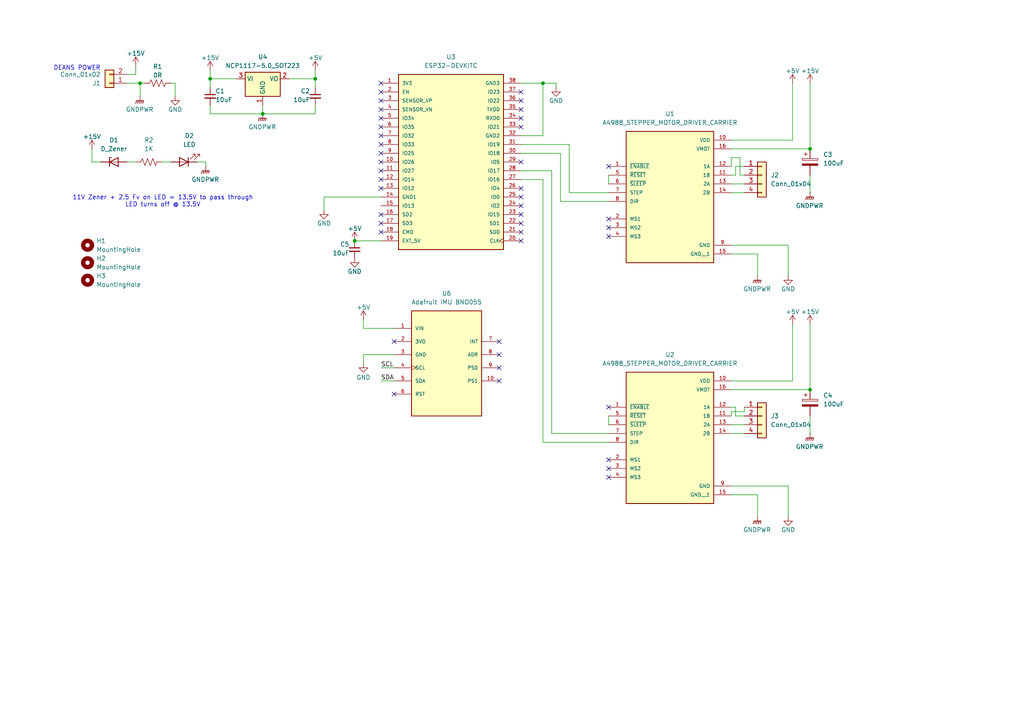
<source format=kicad_sch>
(kicad_sch (version 20231120) (generator "eeschema") (generator_version "8.0")
  (paper "A4")
  (lib_symbols
    (symbol "A4988_STEPPER_MOTOR_DRIVER_CARRIER:A4988_STEPPER_MOTOR_DRIVER_CARRIER" (pin_names (offset 1.016))
      (property "Reference" "U" (at -12.7 19.05 0))
      (property "Value" "A4988_STEPPER_MOTOR_DRIVER_CARRIER" (at -12.7 -24.13 0))
      (symbol "A4988_STEPPER_MOTOR_DRIVER_CARRIER_0_0"
        (pin input line (at -17.78 7.62 0) (length 5.08) (name "~{ENABLE}") (number "1"))
        (pin power_in line (at 17.78 15.24 180) (length 5.08) (name "VDD") (number "10"))
        (pin output line (at 17.78 5.08 180) (length 5.08) (name "1B") (number "11"))
        (pin output line (at 17.78 7.62 180) (length 5.08) (name "1A") (number "12"))
        (pin output line (at 17.78 2.54 180) (length 5.08) (name "2A") (number "13"))
        (pin output line (at 17.78 0 180) (length 5.08) (name "2B") (number "14"))
        (pin power_in line (at 17.78 -17.78 180) (length 5.08) (name "GND__1") (number "15"))
        (pin power_in line (at 17.78 12.7 180) (length 5.08) (name "VMOT") (number "16"))
        (pin input line (at -17.78 -7.62 0) (length 5.08) (name "MS1") (number "2"))
        (pin input line (at -17.78 -10.16 0) (length 5.08) (name "MS2") (number "3"))
        (pin input line (at -17.78 -12.7 0) (length 5.08) (name "MS3") (number "4"))
        (pin input line (at -17.78 5.08 0) (length 5.08) (name "~{RESET}") (number "5"))
        (pin input line (at -17.78 2.54 0) (length 5.08) (name "~{SLEEP}") (number "6"))
        (pin input line (at -17.78 0 0) (length 5.08) (name "STEP") (number "7"))
        (pin input line (at -17.78 -2.54 0) (length 5.08) (name "DIR") (number "8"))
        (pin power_in line (at 17.78 -15.24 180) (length 5.08) (name "GND") (number "9"))
      )
    )
    (symbol "Adafruit IMU BNO055:Adafruit IMU BNO055" (pin_names (offset 1.016))
      (property "Reference" "U" (at -10.16 14.732 0))
      (property "Value" "Adafruit IMU BNO055" (at -10.16 -19.05 0))
      (symbol "Adafruit IMU BNO055_1_0"
        (pin input line (at -15.24 8.89 0) (length 5.08) (name "VIN") (number "1"))
        (pin bidirectional line (at 15.24 -6.35 180) (length 5.08) (name "PS1") (number "10"))
        (pin output line (at -15.24 5.08 0) (length 5.08) (name "3VO") (number "2"))
        (pin power_in line (at -15.24 1.27 0) (length 5.08) (name "GND") (number "3"))
        (pin bidirectional clock (at -15.24 -2.54 0) (length 5.08) (name "SCL") (number "4"))
        (pin bidirectional line (at -15.24 -6.35 0) (length 5.08) (name "SDA") (number "5"))
        (pin input line (at -15.24 -10.16 0) (length 5.08) (name "RST") (number "6"))
        (pin output line (at 15.24 5.08 180) (length 5.08) (name "INT") (number "7"))
        (pin bidirectional line (at 15.24 1.27 180) (length 5.08) (name "ADR") (number "8"))
        (pin output line (at 15.24 -2.54 180) (length 5.08) (name "PS0") (number "9"))
      )
    )
    (symbol "Connector_Generic:Conn_01x02" (pin_names (offset 1.016) hide)
      (property "Reference" "J" (at 0 2.54 0))
      (property "Value" "Conn_01x02" (at 0 -5.08 0))
      (symbol "Conn_01x02_1_1"
        (pin passive line (at -5.08 0 0) (length 3.81) (name "Pin_1") (number "1"))
        (pin passive line (at -5.08 -2.54 0) (length 3.81) (name "Pin_2") (number "2"))
      )
    )
    (symbol "Connector_Generic:Conn_01x04" (pin_names (offset 1.016) hide)
      (property "Reference" "J" (at 0 5.08 0))
      (property "Value" "Conn_01x04" (at 0 -7.62 0))
      (symbol "Conn_01x04_1_1"
        (pin passive line (at -5.08 2.54 0) (length 3.81) (name "Pin_1") (number "1"))
        (pin passive line (at -5.08 0 0) (length 3.81) (name "Pin_2") (number "2"))
        (pin passive line (at -5.08 -2.54 0) (length 3.81) (name "Pin_3") (number "3"))
        (pin passive line (at -5.08 -5.08 0) (length 3.81) (name "Pin_4") (number "4"))
      )
    )
    (symbol "Device:C_Polarized" (pin_numbers hide) (pin_names (offset 0.254))
      (property "Reference" "C" (at 0.635 2.54 0))
      (property "Value" "C_Polarized" (at 0.635 -2.54 0))
      (symbol "C_Polarized_1_1"
        (pin passive line (at 0 3.81 270) (length 2.794) (name "~") (number "1"))
        (pin passive line (at 0 -3.81 90) (length 2.794) (name "~") (number "2"))
      )
    )
    (symbol "Device:C_Small" (pin_numbers hide) (pin_names (offset 0.254) hide)
      (property "Reference" "C" (at 0.254 1.778 0))
      (property "Value" "C_Small" (at 0.254 -2.032 0))
      (symbol "C_Small_1_1"
        (pin passive line (at 0 2.54 270) (length 2.032) (name "~") (number "1"))
        (pin passive line (at 0 -2.54 90) (length 2.032) (name "~") (number "2"))
      )
    )
    (symbol "Device:D" (pin_numbers hide) (pin_names (offset 1.016) hide)
      (property "Reference" "D" (at 0 2.54 0))
      (property "Value" "D" (at 0 -2.54 0))
      (symbol "D_1_1"
        (pin passive line (at -3.81 0 0) (length 2.54) (name "K") (number "1"))
        (pin passive line (at 3.81 0 180) (length 2.54) (name "A") (number "2"))
      )
    )
    (symbol "Device:D_Zener" (pin_numbers hide) (pin_names (offset 1.016) hide)
      (property "Reference" "D" (at 0 2.54 0))
      (property "Value" "D_Zener" (at 0 -2.54 0))
      (symbol "D_Zener_1_1"
        (pin passive line (at -3.81 0 0) (length 2.54) (name "K") (number "1"))
        (pin passive line (at 3.81 0 180) (length 2.54) (name "A") (number "2"))
      )
    )
    (symbol "Device:LED" (pin_numbers hide) (pin_names (offset 1.016) hide)
      (property "Reference" "D" (at 0 2.54 0))
      (property "Value" "LED" (at 0 -2.54 0))
      (symbol "LED_1_1"
        (pin passive line (at -3.81 0 0) (length 2.54) (name "K") (number "1"))
        (pin passive line (at 3.81 0 180) (length 2.54) (name "A") (number "2"))
      )
    )
    (symbol "Device:R_US" (pin_numbers hide) (pin_names (offset 0))
      (property "Reference" "R" (at 2.54 0 90))
      (property "Value" "R_US" (at -2.54 0 90))
      (symbol "R_US_1_1"
        (pin passive line (at 0 3.81 270) (length 1.27) (name "~") (number "1"))
        (pin passive line (at 0 -3.81 90) (length 1.27) (name "~") (number "2"))
      )
    )
    (symbol "ESP32-DEVKITC:ESP32-DEVKITC" (pin_names (offset 1.016))
      (property "Reference" "U" (at -15.2572 26.0643 0))
      (property "Value" "ESP32-DEVKITC" (at -15.2563 -27.9698 0))
      (symbol "ESP32-DEVKITC_0_0"
        (pin power_in line (at -20.32 22.86 0) (length 5.08) (name "3V3") (number "1"))
        (pin bidirectional line (at -20.32 0 0) (length 5.08) (name "IO26") (number "10"))
        (pin bidirectional line (at -20.32 -2.54 0) (length 5.08) (name "IO27") (number "11"))
        (pin bidirectional line (at -20.32 -5.08 0) (length 5.08) (name "IO14") (number "12"))
        (pin bidirectional line (at -20.32 -7.62 0) (length 5.08) (name "IO12") (number "13"))
        (pin power_in line (at -20.32 -10.16 0) (length 5.08) (name "GND1") (number "14"))
        (pin bidirectional line (at -20.32 -12.7 0) (length 5.08) (name "IO13") (number "15"))
        (pin bidirectional line (at -20.32 -15.24 0) (length 5.08) (name "SD2") (number "16"))
        (pin bidirectional line (at -20.32 -17.78 0) (length 5.08) (name "SD3") (number "17"))
        (pin bidirectional line (at -20.32 -20.32 0) (length 5.08) (name "CMD") (number "18"))
        (pin power_in line (at -20.32 -22.86 0) (length 5.08) (name "EXT_5V") (number "19"))
        (pin input line (at -20.32 20.32 0) (length 5.08) (name "EN") (number "2"))
        (pin input clock (at 20.32 -22.86 180) (length 5.08) (name "CLK") (number "20"))
        (pin bidirectional line (at 20.32 -20.32 180) (length 5.08) (name "SD0") (number "21"))
        (pin bidirectional line (at 20.32 -17.78 180) (length 5.08) (name "SD1") (number "22"))
        (pin bidirectional line (at 20.32 -15.24 180) (length 5.08) (name "IO15") (number "23"))
        (pin bidirectional line (at 20.32 -12.7 180) (length 5.08) (name "IO2") (number "24"))
        (pin bidirectional line (at 20.32 -10.16 180) (length 5.08) (name "IO0") (number "25"))
        (pin bidirectional line (at 20.32 -7.62 180) (length 5.08) (name "IO4") (number "26"))
        (pin bidirectional line (at 20.32 -5.08 180) (length 5.08) (name "IO16") (number "27"))
        (pin bidirectional line (at 20.32 -2.54 180) (length 5.08) (name "IO17") (number "28"))
        (pin bidirectional line (at 20.32 0 180) (length 5.08) (name "IO5") (number "29"))
        (pin input line (at -20.32 17.78 0) (length 5.08) (name "SENSOR_VP") (number "3"))
        (pin bidirectional line (at 20.32 2.54 180) (length 5.08) (name "IO18") (number "30"))
        (pin bidirectional line (at 20.32 5.08 180) (length 5.08) (name "IO19") (number "31"))
        (pin power_in line (at 20.32 7.62 180) (length 5.08) (name "GND2") (number "32"))
        (pin bidirectional line (at 20.32 10.16 180) (length 5.08) (name "IO21") (number "33"))
        (pin input line (at 20.32 12.7 180) (length 5.08) (name "RXD0") (number "34"))
        (pin output line (at 20.32 15.24 180) (length 5.08) (name "TXD0") (number "35"))
        (pin bidirectional line (at 20.32 17.78 180) (length 5.08) (name "IO22") (number "36"))
        (pin bidirectional line (at 20.32 20.32 180) (length 5.08) (name "IO23") (number "37"))
        (pin power_in line (at 20.32 22.86 180) (length 5.08) (name "GND3") (number "38"))
        (pin input line (at -20.32 15.24 0) (length 5.08) (name "SENSOR_VN") (number "4"))
        (pin bidirectional line (at -20.32 12.7 0) (length 5.08) (name "IO34") (number "5"))
        (pin bidirectional line (at -20.32 10.16 0) (length 5.08) (name "IO35") (number "6"))
        (pin bidirectional line (at -20.32 7.62 0) (length 5.08) (name "IO32") (number "7"))
        (pin bidirectional line (at -20.32 5.08 0) (length 5.08) (name "IO33") (number "8"))
        (pin bidirectional line (at -20.32 2.54 0) (length 5.08) (name "IO25") (number "9"))
      )
    )
    (symbol "MCU_Module:Arduino_Nano_v3.x"
      (property "Reference" "A" (at -10.16 23.495 0))
      (property "Value" "Arduino_Nano_v3.x" (at 5.08 -24.13 0))
      (symbol "Arduino_Nano_v3.x_1_1"
        (pin bidirectional line (at -12.7 12.7 0) (length 2.54) (name "D1/TX") (number "1"))
        (pin bidirectional line (at -12.7 -2.54 0) (length 2.54) (name "D7") (number "10"))
        (pin bidirectional line (at -12.7 -5.08 0) (length 2.54) (name "D8") (number "11"))
        (pin bidirectional line (at -12.7 -7.62 0) (length 2.54) (name "D9") (number "12"))
        (pin bidirectional line (at -12.7 -10.16 0) (length 2.54) (name "D10") (number "13"))
        (pin bidirectional line (at -12.7 -12.7 0) (length 2.54) (name "D11") (number "14"))
        (pin bidirectional line (at -12.7 -15.24 0) (length 2.54) (name "D12") (number "15"))
        (pin bidirectional line (at -12.7 -17.78 0) (length 2.54) (name "D13") (number "16"))
        (pin power_out line (at 2.54 25.4 270) (length 2.54) (name "3V3") (number "17"))
        (pin input line (at 12.7 5.08 180) (length 2.54) (name "AREF") (number "18"))
        (pin bidirectional line (at 12.7 0 180) (length 2.54) (name "A0") (number "19"))
        (pin bidirectional line (at -12.7 15.24 0) (length 2.54) (name "D0/RX") (number "2"))
        (pin bidirectional line (at 12.7 -2.54 180) (length 2.54) (name "A1") (number "20"))
        (pin bidirectional line (at 12.7 -5.08 180) (length 2.54) (name "A2") (number "21"))
        (pin bidirectional line (at 12.7 -7.62 180) (length 2.54) (name "A3") (number "22"))
        (pin bidirectional line (at 12.7 -10.16 180) (length 2.54) (name "A4") (number "23"))
        (pin bidirectional line (at 12.7 -12.7 180) (length 2.54) (name "A5") (number "24"))
        (pin bidirectional line (at 12.7 -15.24 180) (length 2.54) (name "A6") (number "25"))
        (pin bidirectional line (at 12.7 -17.78 180) (length 2.54) (name "A7") (number "26"))
        (pin power_out line (at 5.08 25.4 270) (length 2.54) (name "+5V") (number "27"))
        (pin input line (at 12.7 15.24 180) (length 2.54) (name "~{RESET}") (number "28"))
        (pin power_in line (at 2.54 -25.4 90) (length 2.54) (name "GND") (number "29"))
        (pin input line (at 12.7 12.7 180) (length 2.54) (name "~{RESET}") (number "3"))
        (pin power_in line (at -2.54 25.4 270) (length 2.54) (name "VIN") (number "30"))
        (pin power_in line (at 0 -25.4 90) (length 2.54) (name "GND") (number "4"))
        (pin bidirectional line (at -12.7 10.16 0) (length 2.54) (name "D2") (number "5"))
        (pin bidirectional line (at -12.7 7.62 0) (length 2.54) (name "D3") (number "6"))
        (pin bidirectional line (at -12.7 5.08 0) (length 2.54) (name "D4") (number "7"))
        (pin bidirectional line (at -12.7 2.54 0) (length 2.54) (name "D5") (number "8"))
        (pin bidirectional line (at -12.7 0 0) (length 2.54) (name "D6") (number "9"))
      )
    )
    (symbol "Mechanical:MountingHole" (pin_names (offset 1.016)) (exclude_from_sim yes) (in_bom no)
      (property "Reference" "H" (at 0 5.08 0))
      (property "Value" "MountingHole" (at 0 3.175 0))
    )
    (symbol "Motor:Motor_DC" (pin_names (offset 0))
      (property "Reference" "M" (at 2.54 2.54 0))
      (property "Value" "Motor_DC" (at 2.54 -5.08 0))
      (symbol "Motor_DC_1_1"
        (pin passive line (at 0 5.08 270) (length 2.54) (name "+") (number "1"))
        (pin passive line (at 0 -7.62 90) (length 2.54) (name "-") (number "2"))
      )
    )
    (symbol "Regulator_Linear:NCP1117-5.0_SOT223"
      (property "Reference" "U" (at -3.81 3.175 0))
      (property "Value" "NCP1117-5.0_SOT223" (at 0 3.175 0))
      (symbol "NCP1117-5.0_SOT223_1_1"
        (pin power_in line (at 0 -7.62 90) (length 2.54) (name "GND") (number "1"))
        (pin power_out line (at 7.62 0 180) (length 2.54) (name "VO") (number "2"))
        (pin power_in line (at -7.62 0 0) (length 2.54) (name "VI") (number "3"))
      )
    )
    (symbol "SparkFun-LED:LED" (pin_numbers hide) (pin_names (offset 1.016) hide)
      (property "Reference" "D" (at 0 2.54 0))
      (property "Value" "LED" (at 0 -2.54 0))
      (symbol "LED_1_1"
        (pin passive line (at -3.81 0 0) (length 2.54) (name "K") (number "1"))
        (pin passive line (at 3.81 0 180) (length 2.54) (name "A") (number "2"))
      )
    )
    (symbol "Transistor_FET:IRF4905" (pin_names hide)
      (property "Reference" "Q" (at 5.08 1.905 0))
      (property "Value" "IRF4905" (at 5.08 0 0))
      (symbol "IRF4905_1_1"
        (pin input line (at -5.08 0 0) (length 2.54) (name "G") (number "1"))
        (pin passive line (at 2.54 5.08 270) (length 2.54) (name "D") (number "2"))
        (pin passive line (at 2.54 -5.08 90) (length 2.54) (name "S") (number "3"))
      )
    )
    (symbol "Transistor_FET:IRLZ44N" (pin_names hide)
      (property "Reference" "Q" (at 5.08 1.905 0))
      (property "Value" "IRLZ44N" (at 5.08 0 0))
      (symbol "IRLZ44N_1_1"
        (pin input line (at -5.08 0 0) (length 2.54) (name "G") (number "1"))
        (pin passive line (at 2.54 5.08 270) (length 2.54) (name "D") (number "2"))
        (pin passive line (at 2.54 -5.08 90) (length 2.54) (name "S") (number "3"))
      )
    )
    (symbol "power:+15V" (power) (pin_numbers hide) (pin_names (offset 0) hide)
      (property "Value" "+15V" (at 0 3.556 0))
      (symbol "+15V_1_1"
        (pin power_in line (at 0 0 90) (length 0) (name "~") (number "1"))
      )
    )
    (symbol "power:+5V" (power) (pin_numbers hide) (pin_names (offset 0) hide)
      (property "Value" "+5V" (at 0 3.556 0))
      (symbol "+5V_1_1"
        (pin power_in line (at 0 0 90) (length 0) (name "~") (number "1"))
      )
    )
    (symbol "power:GND" (power) (pin_numbers hide) (pin_names (offset 0) hide)
      (property "Value" "GND" (at 0 -3.81 0))
      (symbol "GND_1_1"
        (pin power_in line (at 0 0 270) (length 0) (name "~") (number "1"))
      )
    )
    (symbol "power:GNDPWR" (power) (pin_numbers hide) (pin_names (offset 0) hide)
      (property "Value" "GNDPWR" (at 0 -3.302 0))
      (symbol "GNDPWR_1_1"
        (pin power_in line (at 0 0 270) (length 0) (name "~") (number "1"))
      )
    )
  )
  (junction (at -143.51 144.78))
  (junction (at 234.95 113.03))
  (junction (at -143.51 180.34))
  (junction (at -114.3 180.34))
  (junction (at -184.15 172.72))
  (junction (at -154.94 180.34))
  (junction (at -88.9 152.4))
  (junction (at 60.96 22.86))
  (junction (at 102.87 69.85))
  (junction (at -154.94 162.56))
  (junction (at -114.3 162.56))
  (junction (at -88.9 172.72))
  (junction (at 76.2 33.02))
  (junction (at -114.3 144.78))
  (junction (at -125.73 162.56))
  (junction (at -184.15 152.4))
  (junction (at 157.48 24.13))
  (junction (at -134.62 180.34))
  (junction (at -154.94 144.78))
  (junction (at -205.74 190.5))
  (junction (at -125.73 144.78))
  (junction (at 40.64 24.13))
  (junction (at 91.44 22.86))
  (junction (at -143.51 162.56))
  (junction (at -88.9 180.34))
  (junction (at -125.73 180.34))
  (junction (at 234.95 43.18))
  (junction (at -134.62 144.78))
  (no_connect (at 110.49 54.61))
  (no_connect (at 110.49 46.99))
  (no_connect (at 110.49 64.77))
  (no_connect (at 110.49 52.07))
  (no_connect (at 110.49 24.13))
  (no_connect (at 176.53 135.89))
  (no_connect (at 144.78 102.87))
  (no_connect (at 151.13 62.23))
  (no_connect (at 151.13 57.15))
  (no_connect (at 151.13 31.75))
  (no_connect (at 151.13 69.85))
  (no_connect (at 110.49 26.67))
  (no_connect (at 110.49 31.75))
  (no_connect (at 110.49 62.23))
  (no_connect (at 151.13 64.77))
  (no_connect (at 110.49 67.31))
  (no_connect (at 144.78 106.68))
  (no_connect (at 110.49 36.83))
  (no_connect (at 110.49 49.53))
  (no_connect (at 151.13 46.99))
  (no_connect (at 176.53 48.26))
  (no_connect (at 151.13 29.21))
  (no_connect (at 151.13 67.31))
  (no_connect (at 110.49 44.45))
  (no_connect (at 114.3 114.3))
  (no_connect (at 176.53 118.11))
  (no_connect (at 110.49 39.37))
  (no_connect (at 114.3 99.06))
  (no_connect (at 110.49 41.91))
  (no_connect (at 176.53 133.35))
  (no_connect (at 144.78 99.06))
  (no_connect (at 151.13 59.69))
  (no_connect (at 110.49 34.29))
  (no_connect (at 176.53 66.04))
  (no_connect (at 151.13 34.29))
  (no_connect (at 110.49 29.21))
  (no_connect (at 151.13 26.67))
  (no_connect (at 151.13 36.83))
  (no_connect (at 176.53 68.58))
  (no_connect (at 176.53 138.43))
  (no_connect (at 144.78 110.49))
  (no_connect (at 151.13 54.61))
  (no_connect (at 176.53 63.5))
  (wire (pts (xy -154.94 144.78) (xy -154.94 147.32)))
  (wire (pts (xy 157.48 128.27) (xy 176.53 128.27)))
  (wire (pts (xy 162.56 44.45) (xy 162.56 58.42)))
  (wire (pts (xy 212.09 120.65) (xy 212.09 119.38)))
  (wire (pts (xy -125.73 156.21) (xy -125.73 162.56)))
  (wire (pts (xy -88.9 152.4) (xy -88.9 172.72)))
  (wire (pts (xy 165.1 55.88) (xy 176.53 55.88)))
  (wire (pts (xy 215.9 119.38) (xy 215.9 118.11)))
  (wire (pts (xy 60.96 33.02) (xy 76.2 33.02)))
  (wire (pts (xy 151.13 52.07) (xy 157.48 52.07)))
  (wire (pts (xy -162.56 180.34) (xy -154.94 180.34)))
  (wire (pts (xy 212.09 113.03) (xy 234.95 113.03)))
  (wire (pts (xy -88.9 180.34) (xy -91.44 180.34)))
  (wire (pts (xy 213.36 48.26) (xy 213.36 50.8)))
  (wire (pts (xy 219.71 73.66) (xy 219.71 80.01)))
  (wire (pts (xy -154.94 144.78) (xy -143.51 144.78)))
  (wire (pts (xy 157.48 24.13) (xy 161.29 24.13)))
  (wire (pts (xy 212.09 43.18) (xy 234.95 43.18)))
  (wire (pts (xy 213.36 50.8) (xy 212.09 50.8)))
  (wire (pts (xy 212.09 45.72) (xy 214.63 45.72)))
  (wire (pts (xy 212.09 143.51) (xy 219.71 143.51)))
  (wire (pts (xy 176.53 120.65) (xy 176.53 123.19)))
  (wire (pts (xy 161.29 24.13) (xy 161.29 25.4)))
  (wire (pts (xy 229.87 110.49) (xy 229.87 93.98)))
  (wire (pts (xy 105.41 102.87) (xy 105.41 105.41)))
  (wire (pts (xy 151.13 24.13) (xy 157.48 24.13)))
  (wire (pts (xy 151.13 39.37) (xy 157.48 39.37)))
  (wire (pts (xy 229.87 40.64) (xy 229.87 24.13)))
  (wire (pts (xy 151.13 49.53) (xy 160.02 49.53)))
  (wire (pts (xy 110.49 106.68) (xy 114.3 106.68)))
  (wire (pts (xy -125.73 180.34) (xy -114.3 180.34)))
  (wire (pts (xy -125.73 144.78) (xy -125.73 148.59)))
  (wire (pts (xy -204.47 190.5) (xy -205.74 190.5)))
  (wire (pts (xy -209.55 132.08) (xy -209.55 137.16)))
  (wire (pts (xy 212.09 48.26) (xy 212.09 45.72)))
  (wire (pts (xy -191.77 172.72) (xy -184.15 172.72)))
  (wire (pts (xy -177.8 144.78) (xy -184.15 144.78)))
  (wire (pts (xy 219.71 143.51) (xy 219.71 149.86)))
  (wire (pts (xy 212.09 119.38) (xy 215.9 119.38)))
  (wire (pts (xy -88.9 180.34) (xy -88.9 186.69)))
  (wire (pts (xy 215.9 120.65) (xy 213.36 120.65)))
  (wire (pts (xy 26.67 43.18) (xy 26.67 46.99)))
  (wire (pts (xy 215.9 48.26) (xy 213.36 48.26)))
  (wire (pts (xy 59.69 46.99) (xy 59.69 48.26)))
  (wire (pts (xy -88.9 144.78) (xy -91.44 144.78)))
  (wire (pts (xy 50.8 24.13) (xy 50.8 27.94)))
  (wire (pts (xy 160.02 49.53) (xy 160.02 125.73)))
  (wire (pts (xy -189.23 186.69) (xy -88.9 186.69)))
  (wire (pts (xy 76.2 33.02) (xy 91.44 33.02)))
  (wire (pts (xy 76.2 33.02) (xy 76.2 30.48)))
  (wire (pts (xy -125.73 162.56) (xy -114.3 162.56)))
  (wire (pts (xy 212.09 110.49) (xy 229.87 110.49)))
  (wire (pts (xy -154.94 162.56) (xy -143.51 162.56)))
  (wire (pts (xy -154.94 162.56) (xy -154.94 167.64)))
  (wire (pts (xy 105.41 92.71) (xy 105.41 95.25)))
  (wire (pts (xy -143.51 156.21) (xy -143.51 162.56)))
  (wire (pts (xy -125.73 162.56) (xy -125.73 166.37)))
  (wire (pts (xy 176.53 50.8) (xy 176.53 53.34)))
  (wire (pts (xy -88.9 172.72) (xy -88.9 180.34)))
  (wire (pts (xy -154.94 157.48) (xy -154.94 162.56)))
  (wire (pts (xy -143.51 166.37) (xy -143.51 162.56)))
  (wire (pts (xy 110.49 57.15) (xy 93.98 57.15)))
  (wire (pts (xy 26.67 46.99) (xy 29.21 46.99)))
  (wire (pts (xy 93.98 57.15) (xy 93.98 60.96)))
  (wire (pts (xy -106.68 144.78) (xy -114.3 144.78)))
  (wire (pts (xy -134.62 144.78) (xy -125.73 144.78)))
  (wire (pts (xy 165.1 41.91) (xy 165.1 55.88)))
  (wire (pts (xy 36.83 21.59) (xy 39.37 21.59)))
  (wire (pts (xy -143.51 180.34) (xy -134.62 180.34)))
  (wire (pts (xy 215.9 125.73) (xy 212.09 125.73)))
  (wire (pts (xy 212.09 140.97) (xy 228.6 140.97)))
  (wire (pts (xy 91.44 20.32) (xy 91.44 22.86)))
  (wire (pts (xy 60.96 20.32) (xy 60.96 22.86)))
  (wire (pts (xy 110.49 110.49) (xy 114.3 110.49)))
  (wire (pts (xy -114.3 162.56) (xy -114.3 167.64)))
  (wire (pts (xy 215.9 53.34) (xy 212.09 53.34)))
  (wire (pts (xy 214.63 45.72) (xy 214.63 50.8)))
  (wire (pts (xy -184.15 180.34) (xy -184.15 172.72)))
  (wire (pts (xy 213.36 120.65) (xy 213.36 118.11)))
  (wire (pts (xy 228.6 140.97) (xy 228.6 149.86)))
  (wire (pts (xy 102.87 69.85) (xy 110.49 69.85)))
  (wire (pts (xy -184.15 152.4) (xy -170.18 152.4)))
  (wire (pts (xy 60.96 25.4) (xy 60.96 22.86)))
  (wire (pts (xy 234.95 125.73) (xy 234.95 120.65)))
  (wire (pts (xy 36.83 24.13) (xy 40.64 24.13)))
  (wire (pts (xy 105.41 95.25) (xy 114.3 95.25)))
  (wire (pts (xy 157.48 52.07) (xy 157.48 128.27)))
  (wire (pts (xy 60.96 22.86) (xy 68.58 22.86)))
  (wire (pts (xy 212.09 73.66) (xy 219.71 73.66)))
  (wire (pts (xy -114.3 144.78) (xy -114.3 147.32)))
  (wire (pts (xy -184.15 180.34) (xy -177.8 180.34)))
  (wire (pts (xy -154.94 180.34) (xy -143.51 180.34)))
  (wire (pts (xy 114.3 102.87) (xy 105.41 102.87)))
  (wire (pts (xy -99.06 172.72) (xy -88.9 172.72)))
  (wire (pts (xy -114.3 157.48) (xy -114.3 162.56)))
  (wire (pts (xy -143.51 148.59) (xy -143.51 144.78)))
  (wire (pts (xy 39.37 46.99) (xy 36.83 46.99)))
  (wire (pts (xy -143.51 144.78) (xy -134.62 144.78)))
  (wire (pts (xy -143.51 173.99) (xy -143.51 180.34)))
  (wire (pts (xy -189.23 186.69) (xy -189.23 175.26)))
  (wire (pts (xy -184.15 152.4) (xy -184.15 172.72)))
  (wire (pts (xy -207.01 190.5) (xy -205.74 190.5)))
  (wire (pts (xy -125.73 173.99) (xy -125.73 180.34)))
  (wire (pts (xy -191.77 175.26) (xy -189.23 175.26)))
  (wire (pts (xy 49.53 24.13) (xy 50.8 24.13)))
  (wire (pts (xy 215.9 55.88) (xy 212.09 55.88)))
  (wire (pts (xy -125.73 144.78) (xy -114.3 144.78)))
  (wire (pts (xy -143.51 162.56) (xy -140.97 162.56)))
  (wire (pts (xy 46.99 46.99) (xy 49.53 46.99)))
  (wire (pts (xy 234.95 55.88) (xy 234.95 50.8)))
  (wire (pts (xy -184.15 172.72) (xy -170.18 172.72)))
  (wire (pts (xy 234.95 93.98) (xy 234.95 113.03)))
  (wire (pts (xy 228.6 71.12) (xy 228.6 80.01)))
  (wire (pts (xy 60.96 33.02) (xy 60.96 30.48)))
  (wire (pts (xy -134.62 180.34) (xy -125.73 180.34)))
  (wire (pts (xy 40.64 24.13) (xy 40.64 27.94)))
  (wire (pts (xy 215.9 123.19) (xy 212.09 123.19)))
  (wire (pts (xy 157.48 39.37) (xy 157.48 24.13)))
  (wire (pts (xy -207.01 187.96) (xy -207.01 190.5)))
  (wire (pts (xy 213.36 118.11) (xy 212.09 118.11)))
  (wire (pts (xy 39.37 19.05) (xy 39.37 21.59)))
  (wire (pts (xy 91.44 33.02) (xy 91.44 30.48)))
  (wire (pts (xy -88.9 144.78) (xy -88.9 152.4)))
  (wire (pts (xy 162.56 58.42) (xy 176.53 58.42)))
  (wire (pts (xy 214.63 50.8) (xy 215.9 50.8)))
  (wire (pts (xy 40.64 24.13) (xy 41.91 24.13)))
  (wire (pts (xy -128.27 162.56) (xy -125.73 162.56)))
  (wire (pts (xy -154.94 180.34) (xy -154.94 177.8)))
  (wire (pts (xy -162.56 144.78) (xy -154.94 144.78)))
  (wire (pts (xy 212.09 71.12) (xy 228.6 71.12)))
  (wire (pts (xy 160.02 125.73) (xy 176.53 125.73)))
  (wire (pts (xy 83.82 22.86) (xy 91.44 22.86)))
  (wire (pts (xy 91.44 25.4) (xy 91.44 22.86)))
  (wire (pts (xy 212.09 40.64) (xy 229.87 40.64)))
  (wire (pts (xy -114.3 180.34) (xy -114.3 177.8)))
  (wire (pts (xy -99.06 152.4) (xy -88.9 152.4)))
  (wire (pts (xy 151.13 41.91) (xy 165.1 41.91)))
  (wire (pts (xy 151.13 44.45) (xy 162.56 44.45)))
  (wire (pts (xy 234.95 24.13) (xy 234.95 43.18)))
  (wire (pts (xy 57.15 46.99) (xy 59.69 46.99)))
  (wire (pts (xy -204.47 187.96) (xy -204.47 190.5)))
  (wire (pts (xy -184.15 144.78) (xy -184.15 152.4)))
  (wire (pts (xy -106.68 180.34) (xy -114.3 180.34)))
  (text "N-Chan" (at -152.908 176.022 0) (effects (font (size 1.27 1.27)) (justify left)))
  (text "N-Chan" (at -116.332 176.276 0) (effects (font (size 1.27 1.27)) (justify right)))
  (text "P-Chan" (at -116.332 155.702 0) (effects (font (size 1.27 1.27)) (justify right)))
  (text "P-Chan" (at -152.908 155.702 0) (effects (font (size 1.27 1.27)) (justify left)))
  (text "11V Zener + 2.5 Fv on LED = 13.5V to pass through\nLED turns off @ 13.5V" (at 47.244 58.42 0) (effects (font (size 1.27 1.27))))
  (text "DEANS POWER" (at 22.352 19.812 0) (effects (font (size 1.27 1.27))))
  (label "SDA" (at 110.49 110.49 0))
  (label "SCL" (at 110.49 106.68 0))
  (symbol (lib_id "MCU_Module:Arduino_Nano_v3.x") (at -204.47 162.56 0) (mirror y) (unit 1)
    (property "Reference" "A1" (at -209.2041 187.96 0) (effects (justify left)))
    (property "Value" "Arduino_Nano_v3.x" (at -209.2041 190.5 0) (effects (justify left)))
    (property "Footprint" "Module:Arduino_Nano" (effects (hide yes)))
    (property "Datasheet" "http://www.mouser.com/pdfdocs/Gravitech_Arduino_Nano3_0.pdf" (effects (hide yes)))
    (property "Description" "Arduino Nano v3.x" (effects (hide yes)))
  )
  (symbol (lib_id "Device:R_US") (at -102.87 152.4 90) (unit 1)
    (property "Reference" "R5" (at -102.87 147.828 90))
    (property "Value" "10R" (at -102.87 150.368 90))
    (property "Description" "Resistor, US symbol" (effects (hide yes)))
  )
  (symbol (lib_id "power:GNDPWR") (at 234.95 125.73 0) (unit 1)
    (property "Reference" "#PWR019" (effects (hide yes)))
    (property "Value" "GNDPWR" (at 234.823 129.54 0))
    (property "Description" "Power symbol creates a global label with name \"GNDPWR\" , global ground" (effects (hide yes)))
  )
  (symbol (lib_id "power:GNDPWR") (at 59.69 48.26 0) (unit 1)
    (property "Reference" "#PWR023" (effects (hide yes)))
    (property "Value" "GNDPWR" (at 59.563 52.07 0))
    (property "Description" "Power symbol creates a global label with name \"GNDPWR\" , global ground" (effects (hide yes)))
  )
  (symbol (lib_id "power:+5V") (at 105.41 92.71 0) (unit 1)
    (property "Reference" "#PWR022" (effects (hide yes)))
    (property "Value" "+5V" (at 105.41 89.154 0))
    (property "Description" "Power symbol creates a global label with name \"+5V\"" (effects (hide yes)))
  )
  (symbol (lib_id "Mechanical:MountingHole") (at 25.4 71.12 0) (unit 1) (exclude_from_sim yes) (in_bom no)
    (property "Reference" "H1" (at 27.94 69.8499 0) (effects (justify left)))
    (property "Value" "MountingHole" (at 27.94 72.3899 0) (effects (justify left)))
    (property "Footprint" "MountingHole:MountingHole_3.2mm_M3" (effects (hide yes)))
    (property "Description" "Mounting Hole without connection" (effects (hide yes)))
  )
  (symbol (lib_id "Device:D") (at -125.73 152.4 90) (mirror x) (unit 1)
    (property "Reference" "D8" (at -128.27 151.1299 90) (effects (justify left)))
    (property "Value" "D" (at -128.27 153.6699 90) (effects (justify left)))
    (property "Description" "Diode" (effects (hide yes)))
    (property "Sim.Device" "D" (effects (hide yes)))
    (property "Sim.Pins" "1=K 2=A" (effects (hide yes)))
  )
  (symbol (lib_id "Device:R_US") (at -102.87 172.72 90) (unit 1)
    (property "Reference" "R4" (at -102.87 168.148 90))
    (property "Value" "10R" (at -102.87 170.688 90))
    (property "Description" "Resistor, US symbol" (effects (hide yes)))
  )
  (symbol (lib_id "Connector_Generic:Conn_01x04") (at 220.98 120.65 0) (unit 1)
    (property "Reference" "J3" (at 223.52 120.6499 0) (effects (justify left)))
    (property "Value" "Conn_01x04" (at 223.52 123.1899 0) (effects (justify left)))
    (property "Footprint" "Connector_JST:JST_XH_B4B-XH-AM_1x04_P2.50mm_Vertical" (effects (hide yes)))
    (property "Description" "Generic connector, single row, 01x04, script generated (kicad-library-utils/schlib/autogen/connector/)" (effects (hide yes)))
  )
  (symbol (lib_id "power:GND") (at 228.6 149.86 0) (unit 1)
    (property "Reference" "#PWR016" (effects (hide yes)))
    (property "Value" "GND" (at 228.6 153.67 0))
    (property "Description" "Power symbol creates a global label with name \"GND\" , ground" (effects (hide yes)))
  )
  (symbol (lib_id "Transistor_FET:IRF4905") (at -157.48 152.4 0) (mirror x) (unit 1)
    (property "Reference" "Q1" (at -152.908 153.416 0) (effects (justify left)))
    (property "Value" "IRF4905" (at -152.908 150.876 0) (effects (justify left)))
    (property "Footprint" "Package_TO_SOT_THT:TO-220-3_Vertical" (effects (hide yes)))
    (property "Datasheet" "http://www.infineon.com/dgdl/irf4905.pdf?fileId=5546d462533600a4015355e32165197c" (effects (hide yes)))
    (property "Description" "-74A Id, -55V Vds, Single P-Channel HEXFET Power MOSFET, 20mOhm Ron, TO-220AB" (effects (hide yes)))
  )
  (symbol (lib_id "A4988_STEPPER_MOTOR_DRIVER_CARRIER:A4988_STEPPER_MOTOR_DRIVER_CARRIER") (at 194.31 55.88 0) (unit 1)
    (property "Reference" "U1" (at 194.31 33.02 0))
    (property "Value" "A4988_STEPPER_MOTOR_DRIVER_CARRIER" (at 194.31 35.56 0))
    (property "Footprint" "A4988_STEPPER_MOTOR_DRIVER_CARRIER:MODULE_A4988_STEPPER_MOTOR_DRIVER_CARRIER" (effects (hide yes)))
    (property "MF" "Pololu" (effects (hide yes)))
    (property "DESCRIPTION" "Stepper motor controler; IC: A4988; 1A; Uin mot: 8÷35V" (effects (hide yes)))
    (property "PACKAGE" "None" (effects (hide yes)))
    (property "PRICE" "None" (effects (hide yes)))
    (property "Package" "None" (effects (hide yes)))
    (property "Check_prices" "https://www.snapeda.com/parts/A4988%20STEPPER%20MOTOR%20DRIVER%20CARRIER/Pololu/view-part/?ref=eda" (effects (hide yes)))
    (property "Price" "None" (effects (hide yes)))
    (property "SnapEDA_Link" "https://www.snapeda.com/parts/A4988%20STEPPER%20MOTOR%20DRIVER%20CARRIER/Pololu/view-part/?ref=snap" (effects (hide yes)))
    (property "MP" "A4988 STEPPER MOTOR DRIVER CARRIER" (effects (hide yes)))
    (property "Availability" "Not in stock" (effects (hide yes)))
    (property "AVAILABILITY" "Unavailable" (effects (hide yes)))
    (property "Description_1" "\nStepper Motor Driver\n" (effects (hide yes)))
  )
  (symbol (lib_id "Mechanical:MountingHole") (at 25.4 81.28 0) (unit 1) (exclude_from_sim yes) (in_bom no)
    (property "Reference" "H3" (at 27.94 80.0099 0) (effects (justify left)))
    (property "Value" "MountingHole" (at 27.94 82.5499 0) (effects (justify left)))
    (property "Footprint" "MountingHole:MountingHole_3.2mm_M3" (effects (hide yes)))
    (property "Description" "Mounting Hole without connection" (effects (hide yes)))
  )
  (symbol (lib_id "power:GND") (at 105.41 105.41 0) (unit 1)
    (property "Reference" "#PWR021" (effects (hide yes)))
    (property "Value" "GND" (at 105.41 109.474 0))
    (property "Description" "Power symbol creates a global label with name \"GND\" , ground" (effects (hide yes)))
  )
  (symbol (lib_id "power:+5V") (at -134.62 144.78 0) (unit 1)
    (property "Reference" "#PWR026" (effects (hide yes)))
    (property "Value" "+5V" (at -134.62 141.224 0))
    (property "Description" "Power symbol creates a global label with name \"+5V\"" (effects (hide yes)))
  )
  (symbol (lib_id "power:GND") (at 50.8 27.94 0) (unit 1)
    (property "Reference" "#PWR03" (effects (hide yes)))
    (property "Value" "GND" (at 50.8 31.75 0))
    (property "Description" "Power symbol creates a global label with name \"GND\" , ground" (effects (hide yes)))
  )
  (symbol (lib_id "Transistor_FET:IRLZ44N") (at -111.76 172.72 0) (mirror y) (unit 1)
    (property "Reference" "Q4" (at -116.332 171.45 0) (effects (justify left)))
    (property "Value" "IRLZ44N" (at -116.332 173.99 0) (effects (justify left)))
    (property "Footprint" "Package_TO_SOT_THT:TO-220-3_Vertical" (effects (hide yes)))
    (property "Datasheet" "http://www.irf.com/product-info/datasheets/data/irlz44n.pdf" (effects (hide yes)))
    (property "Description" "47A Id, 55V Vds, 22mOhm Rds Single N-Channel HEXFET Power MOSFET, TO-220AB" (effects (hide yes)))
  )
  (symbol (lib_id "power:+15V") (at 234.95 24.13 0) (mirror y) (unit 1)
    (property "Reference" "#PWR013" (effects (hide yes)))
    (property "Value" "+15V" (at 234.95 20.574 0))
    (property "Description" "Power symbol creates a global label with name \"+15V\"" (effects (hide yes)))
  )
  (symbol (lib_id "power:+5V") (at 91.44 20.32 0) (unit 1)
    (property "Reference" "#PWR07" (effects (hide yes)))
    (property "Value" "+5V" (at 91.44 16.764 0))
    (property "Description" "Power symbol creates a global label with name \"+5V\"" (effects (hide yes)))
  )
  (symbol (lib_id "Device:R_US") (at -166.37 144.78 90) (unit 1)
    (property "Reference" "R6" (at -166.37 140.208 90))
    (property "Value" "200R" (at -166.37 142.748 90))
    (property "Description" "Resistor, US symbol" (effects (hide yes)))
  )
  (symbol (lib_id "Device:LED") (at 53.34 46.99 180) (unit 1)
    (property "Reference" "D2" (at 54.9275 39.37 0))
    (property "Value" "LED" (at 54.9275 41.91 0))
    (property "Footprint" "LED_THT:LED_D5.0mm" (effects (hide yes)))
    (property "Description" "Light emitting diode" (effects (hide yes)))
  )
  (symbol (lib_id "Regulator_Linear:NCP1117-5.0_SOT223") (at 76.2 22.86 0) (unit 1)
    (property "Reference" "U4" (at 76.2 16.51 0))
    (property "Value" "NCP1117-5.0_SOT223" (at 76.2 19.05 0))
    (property "Footprint" "Package_TO_SOT_SMD:SOT-223-3_TabPin2" (effects (hide yes)))
    (property "Datasheet" "http://www.onsemi.com/pub_link/Collateral/NCP1117-D.PDF" (effects (hide yes)))
    (property "Description" "1A Low drop-out regulator, Fixed Output 5V, SOT-223" (effects (hide yes)))
  )
  (symbol (lib_id "Device:R_US") (at -166.37 152.4 90) (unit 1)
    (property "Reference" "R1" (at -166.37 147.828 90))
    (property "Value" "10R" (at -166.37 150.368 90))
    (property "Description" "Resistor, US symbol" (effects (hide yes)))
  )
  (symbol (lib_id "Device:D_Zener") (at 33.02 46.99 0) (unit 1)
    (property "Reference" "D1" (at 33.02 40.64 0))
    (property "Value" "D_Zener" (at 33.02 43.18 0))
    (property "Footprint" "Diode_THT:D_DO-35_SOD27_P10.16mm_Horizontal" (effects (hide yes)))
    (property "Description" "Zener diode" (effects (hide yes)))
  )
  (symbol (lib_id "power:GND") (at 228.6 80.01 0) (unit 1)
    (property "Reference" "#PWR011" (effects (hide yes)))
    (property "Value" "GND" (at 228.6 83.82 0))
    (property "Description" "Power symbol creates a global label with name \"GND\" , ground" (effects (hide yes)))
  )
  (symbol (lib_id "power:+5V") (at 229.87 24.13 0) (unit 1)
    (property "Reference" "#PWR014" (effects (hide yes)))
    (property "Value" "+5V" (at 229.87 20.574 0))
    (property "Description" "Power symbol creates a global label with name \"+5V\"" (effects (hide yes)))
  )
  (symbol (lib_id "ESP32-DEVKITC:ESP32-DEVKITC") (at 130.81 46.99 0) (unit 1)
    (property "Reference" "U3" (at 130.81 16.51 0))
    (property "Value" "ESP32-DEVKITC" (at 130.81 19.05 0))
    (property "Footprint" "ESP32-DEVKITC:MODULE_ESP32-DEVKITC" (effects (hide yes)))
    (property "SnapEDA_Link" "https://www.snapeda.com/parts/ESP32-DEVKITC/Espressif+Systems/view-part/?ref=snap" (effects (hide yes)))
    (property "Description_1" "\nESP32-WROOM-32UE series Transceiver; 802.11 b/g/n (Wi-Fi, WiFi, WLAN), Bluetooth ® Smart Ready 4.x Dual Mode Evaluation Board\n" (effects (hide yes)))
    (property "Package" "None" (effects (hide yes)))
    (property "Check_prices" "https://www.snapeda.com/parts/ESP32-DEVKITC/Espressif+Systems/view-part/?ref=eda" (effects (hide yes)))
    (property "STANDARD" "Manufacturer Recommendations" (effects (hide yes)))
    (property "PARTREV" "N/A" (effects (hide yes)))
    (property "MF" "Espressif Systems" (effects (hide yes)))
    (property "MP" "ESP32-DEVKITC" (effects (hide yes)))
    (property "MANUFACTURER" "ESPRESSIF" (effects (hide yes)))
  )
  (symbol (lib_id "Device:C_Small") (at 60.96 27.94 0) (unit 1)
    (property "Reference" "C1" (at 62.484 26.416 0) (effects (justify left)))
    (property "Value" "10uF" (at 62.484 28.956 0) (effects (justify left)))
    (property "Footprint" "Capacitor_SMD:C_0805_2012Metric" (effects (hide yes)))
    (property "Description" "Unpolarized capacitor, small symbol" (effects (hide yes)))
  )
  (symbol (lib_id "power:GNDPWR") (at 219.71 149.86 0) (unit 1)
    (property "Reference" "#PWR015" (effects (hide yes)))
    (property "Value" "GNDPWR" (at 219.583 153.67 0))
    (property "Description" "Power symbol creates a global label with name \"GNDPWR\" , global ground" (effects (hide yes)))
  )
  (symbol (lib_id "SparkFun-LED:LED") (at -95.25 144.78 0) (mirror y) (unit 1)
    (property "Reference" "D5" (at -93.726 139.954 0))
    (property "Value" "LED" (at -93.726 142.494 0))
    (property "Footprint" "SparkFun-LED:LED_0603_1608Metric" (effects (hide yes)))
    (property "Description" "Light emitting diode" (effects (hide yes)))
    (property "PROD_ID" "LED-" (effects (hide yes)))
  )
  (symbol (lib_id "power:+15V") (at 60.96 20.32 0) (mirror y) (unit 1)
    (property "Reference" "#PWR04" (effects (hide yes)))
    (property "Value" "+15V" (at 60.96 16.764 0))
    (property "Description" "Power symbol creates a global label with name \"+15V\"" (effects (hide yes)))
  )
  (symbol (lib_id "SparkFun-LED:LED") (at -173.99 144.78 0) (unit 1)
    (property "Reference" "D3" (at -175.514 139.954 0))
    (property "Value" "LED" (at -175.514 142.494 0))
    (property "Footprint" "SparkFun-LED:LED_0603_1608Metric" (effects (hide yes)))
    (property "Description" "Light emitting diode" (effects (hide yes)))
    (property "PROD_ID" "LED-" (effects (hide yes)))
  )
  (symbol (lib_id "Device:C_Small") (at 102.87 72.39 0) (mirror y) (unit 1)
    (property "Reference" "C5" (at 101.346 70.866 0) (effects (justify left)))
    (property "Value" "10uF" (at 101.346 73.406 0) (effects (justify left)))
    (property "Footprint" "Capacitor_SMD:C_0805_2012Metric" (effects (hide yes)))
    (property "Description" "Unpolarized capacitor, small symbol" (effects (hide yes)))
  )
  (symbol (lib_id "Device:R_US") (at -166.37 180.34 90) (unit 1)
    (property "Reference" "R7" (at -166.37 175.768 90))
    (property "Value" "200R" (at -166.37 178.308 90))
    (property "Description" "Resistor, US symbol" (effects (hide yes)))
  )
  (symbol (lib_id "Motor:Motor_DC") (at -135.89 162.56 90) (unit 1)
    (property "Reference" "M1" (at -133.35 154.94 90))
    (property "Value" "Motor_DC" (at -133.35 157.48 90))
    (property "Description" "DC Motor" (effects (hide yes)))
  )
  (symbol (lib_id "Device:C_Small") (at 91.44 27.94 0) (mirror y) (unit 1)
    (property "Reference" "C2" (at 89.916 26.416 0) (effects (justify left)))
    (property "Value" "10uF" (at 89.916 28.956 0) (effects (justify left)))
    (property "Footprint" "Capacitor_SMD:C_0805_2012Metric" (effects (hide yes)))
    (property "Description" "Unpolarized capacitor, small symbol" (effects (hide yes)))
  )
  (symbol (lib_id "power:+5V") (at 229.87 93.98 0) (unit 1)
    (property "Reference" "#PWR017" (effects (hide yes)))
    (property "Value" "+5V" (at 229.87 90.424 0))
    (property "Description" "Power symbol creates a global label with name \"+5V\"" (effects (hide yes)))
  )
  (symbol (lib_id "Connector_Generic:Conn_01x04") (at 220.98 50.8 0) (unit 1)
    (property "Reference" "J2" (at 223.52 50.7999 0) (effects (justify left)))
    (property "Value" "Conn_01x04" (at 223.52 53.3399 0) (effects (justify left)))
    (property "Footprint" "Connector_JST:JST_XH_B4B-XH-AM_1x04_P2.50mm_Vertical" (effects (hide yes)))
    (property "Description" "Generic connector, single row, 01x04, script generated (kicad-library-utils/schlib/autogen/connector/)" (effects (hide yes)))
  )
  (symbol (lib_id "power:GNDPWR") (at 234.95 55.88 0) (unit 1)
    (property "Reference" "#PWR012" (effects (hide yes)))
    (property "Value" "GNDPWR" (at 234.823 59.69 0))
    (property "Description" "Power symbol creates a global label with name \"GNDPWR\" , global ground" (effects (hide yes)))
  )
  (symbol (lib_id "SparkFun-LED:LED") (at -173.99 180.34 180) (unit 1)
    (property "Reference" "D4" (at -172.466 185.166 0))
    (property "Value" "LED" (at -172.466 182.626 0))
    (property "Footprint" "SparkFun-LED:LED_0603_1608Metric" (effects (hide yes)))
    (property "Description" "Light emitting diode" (effects (hide yes)))
    (property "PROD_ID" "LED-" (effects (hide yes)))
  )
  (symbol (lib_id "SparkFun-LED:LED") (at -95.25 180.34 0) (mirror x) (unit 1)
    (property "Reference" "D6" (at -96.774 185.166 0))
    (property "Value" "LED" (at -96.774 182.626 0))
    (property "Footprint" "SparkFun-LED:LED_0603_1608Metric" (effects (hide yes)))
    (property "Description" "Light emitting diode" (effects (hide yes)))
    (property "PROD_ID" "LED-" (effects (hide yes)))
  )
  (symbol (lib_id "power:+15V") (at 26.67 43.18 0) (mirror y) (unit 1)
    (property "Reference" "#PWR024" (effects (hide yes)))
    (property "Value" "+15V" (at 26.67 39.624 0))
    (property "Description" "Power symbol creates a global label with name \"+15V\"" (effects (hide yes)))
  )
  (symbol (lib_id "Device:R_US") (at 45.72 24.13 90) (unit 1)
    (property "Reference" "R1" (at 45.72 19.304 90))
    (property "Value" "0R" (at 45.72 21.844 90))
    (property "Footprint" "Resistor_SMD:R_0805_2012Metric" (effects (hide yes)))
    (property "Description" "Resistor, US symbol" (effects (hide yes)))
  )
  (symbol (lib_id "power:GNDPWR") (at 40.64 27.94 0) (unit 1)
    (property "Reference" "#PWR02" (effects (hide yes)))
    (property "Value" "GNDPWR" (at 40.513 31.75 0))
    (property "Description" "Power symbol creates a global label with name \"GNDPWR\" , global ground" (effects (hide yes)))
  )
  (symbol (lib_id "power:GND") (at 102.87 74.93 0) (unit 1)
    (property "Reference" "#PWR020" (effects (hide yes)))
    (property "Value" "GND" (at 102.87 78.74 0))
    (property "Description" "Power symbol creates a global label with name \"GND\" , ground" (effects (hide yes)))
  )
  (symbol (lib_id "power:GND") (at -134.62 180.34 0) (unit 1)
    (property "Reference" "#PWR027" (effects (hide yes)))
    (property "Value" "GND" (at -134.62 184.404 0))
    (property "Description" "Power symbol creates a global label with name \"GND\" , ground" (effects (hide yes)))
  )
  (symbol (lib_id "Transistor_FET:IRF4905") (at -111.76 152.4 180) (unit 1)
    (property "Reference" "Q3" (at -116.332 153.6702 0) (effects (justify left)))
    (property "Value" "IRF4905" (at -116.332 151.1302 0) (effects (justify left)))
    (property "Footprint" "Package_TO_SOT_THT:TO-220-3_Vertical" (effects (hide yes)))
    (property "Datasheet" "http://www.infineon.com/dgdl/irf4905.pdf?fileId=5546d462533600a4015355e32165197c" (effects (hide yes)))
    (property "Description" "-74A Id, -55V Vds, Single P-Channel HEXFET Power MOSFET, 20mOhm Ron, TO-220AB" (effects (hide yes)))
  )
  (symbol (lib_id "power:GNDPWR") (at 219.71 80.01 0) (unit 1)
    (property "Reference" "#PWR010" (effects (hide yes)))
    (property "Value" "GNDPWR" (at 219.583 83.82 0))
    (property "Description" "Power symbol creates a global label with name \"GNDPWR\" , global ground" (effects (hide yes)))
  )
  (symbol (lib_id "power:+5V") (at -209.55 132.08 0) (unit 1)
    (property "Reference" "#PWR029" (effects (hide yes)))
    (property "Value" "+5V" (at -209.55 128.524 0))
    (property "Description" "Power symbol creates a global label with name \"+5V\"" (effects (hide yes)))
  )
  (symbol (lib_id "Device:R_US") (at -166.37 172.72 90) (unit 1)
    (property "Reference" "R3" (at -166.37 168.148 90))
    (property "Value" "10R" (at -166.37 170.688 90))
    (property "Description" "Resistor, US symbol" (effects (hide yes)))
  )
  (symbol (lib_id "Device:D") (at -125.73 170.18 90) (mirror x) (unit 1)
    (property "Reference" "D10" (at -128.27 168.9099 90) (effects (justify left)))
    (property "Value" "D" (at -128.27 171.4499 90) (effects (justify left)))
    (property "Description" "Diode" (effects (hide yes)))
    (property "Sim.Device" "D" (effects (hide yes)))
    (property "Sim.Pins" "1=K 2=A" (effects (hide yes)))
  )
  (symbol (lib_id "Connector_Generic:Conn_01x02") (at 31.75 24.13 180) (unit 1)
    (property "Reference" "J1" (at 29.21 24.1301 0) (effects (justify left)))
    (property "Value" "Conn_01x02" (at 29.21 21.5901 0) (effects (justify left)))
    (property "Footprint" "toroid-kicad:Deans" (effects (hide yes)))
    (property "Description" "Generic connector, single row, 01x02, script generated (kicad-library-utils/schlib/autogen/connector/)" (effects (hide yes)))
  )
  (symbol (lib_id "A4988_STEPPER_MOTOR_DRIVER_CARRIER:A4988_STEPPER_MOTOR_DRIVER_CARRIER") (at 194.31 125.73 0) (unit 1)
    (property "Reference" "U2" (at 194.31 102.87 0))
    (property "Value" "A4988_STEPPER_MOTOR_DRIVER_CARRIER" (at 194.31 105.41 0))
    (property "Footprint" "A4988_STEPPER_MOTOR_DRIVER_CARRIER:MODULE_A4988_STEPPER_MOTOR_DRIVER_CARRIER" (effects (hide yes)))
    (property "MF" "Pololu" (effects (hide yes)))
    (property "DESCRIPTION" "Stepper motor controler; IC: A4988; 1A; Uin mot: 8÷35V" (effects (hide yes)))
    (property "PACKAGE" "None" (effects (hide yes)))
    (property "PRICE" "None" (effects (hide yes)))
    (property "Package" "None" (effects (hide yes)))
    (property "Check_prices" "https://www.snapeda.com/parts/A4988%20STEPPER%20MOTOR%20DRIVER%20CARRIER/Pololu/view-part/?ref=eda" (effects (hide yes)))
    (property "Price" "None" (effects (hide yes)))
    (property "SnapEDA_Link" "https://www.snapeda.com/parts/A4988%20STEPPER%20MOTOR%20DRIVER%20CARRIER/Pololu/view-part/?ref=snap" (effects (hide yes)))
    (property "MP" "A4988 STEPPER MOTOR DRIVER CARRIER" (effects (hide yes)))
    (property "Availability" "Not in stock" (effects (hide yes)))
    (property "AVAILABILITY" "Unavailable" (effects (hide yes)))
    (property "Description_1" "\nStepper Motor Driver\n" (effects (hide yes)))
  )
  (symbol (lib_id "power:GND") (at 93.98 60.96 0) (unit 1)
    (property "Reference" "#PWR09" (effects (hide yes)))
    (property "Value" "GND" (at 93.98 64.77 0))
    (property "Description" "Power symbol creates a global label with name \"GND\" , ground" (effects (hide yes)))
  )
  (symbol (lib_id "power:GNDPWR") (at 76.2 33.02 0) (unit 1)
    (property "Reference" "#PWR05" (effects (hide yes)))
    (property "Value" "GNDPWR" (at 76.073 36.83 0))
    (property "Description" "Power symbol creates a global label with name \"GNDPWR\" , global ground" (effects (hide yes)))
  )
  (symbol (lib_id "Mechanical:MountingHole") (at 25.4 76.2 0) (unit 1) (exclude_from_sim yes) (in_bom no)
    (property "Reference" "H2" (at 27.94 74.9299 0) (effects (justify left)))
    (property "Value" "MountingHole" (at 27.94 77.4699 0) (effects (justify left)))
    (property "Footprint" "MountingHole:MountingHole_3.2mm_M3" (effects (hide yes)))
    (property "Description" "Mounting Hole without connection" (effects (hide yes)))
  )
  (symbol (lib_id "power:+15V") (at 234.95 93.98 0) (mirror y) (unit 1)
    (property "Reference" "#PWR018" (effects (hide yes)))
    (property "Value" "+15V" (at 234.95 90.424 0))
    (property "Description" "Power symbol creates a global label with name \"+15V\"" (effects (hide yes)))
  )
  (symbol (lib_id "Device:R_US") (at -102.87 144.78 270) (mirror x) (unit 1)
    (property "Reference" "R8" (at -102.87 140.208 90))
    (property "Value" "200R" (at -102.87 142.748 90))
    (property "Description" "Resistor, US symbol" (effects (hide yes)))
  )
  (symbol (lib_id "Adafruit IMU BNO055:Adafruit IMU BNO055") (at 129.54 104.14 0) (unit 1)
    (property "Reference" "U6" (at 129.54 85.09 0))
    (property "Value" "Adafruit IMU BNO055" (at 129.54 87.63 0))
    (property "Footprint" "Adafruit IMU BNO055:Adafruit IMU BNO055" (effects (hide yes)))
    (property "PARTREV" "2021-03-16" (effects (hide yes)))
    (property "STANDARD" "Manufacturer Recommendations" (effects (hide yes)))
    (property "SNAPEDA_PN" "4754" (effects (hide yes)))
    (property "MAXIMUM_PACKAGE_HEIGHT" "4.6mm" (effects (hide yes)))
    (property "MANUFACTURER" "Adafruit" (effects (hide yes)))
  )
  (symbol (lib_id "power:+15V") (at 39.37 19.05 0) (mirror y) (unit 1)
    (property "Reference" "#PWR01" (effects (hide yes)))
    (property "Value" "+15V" (at 39.37 15.494 0))
    (property "Description" "Power symbol creates a global label with name \"+15V\"" (effects (hide yes)))
  )
  (symbol (lib_id "power:GND") (at -205.74 190.5 0) (unit 1)
    (property "Reference" "#PWR030" (effects (hide yes)))
    (property "Value" "GND" (at -205.74 194.564 0))
    (property "Description" "Power symbol creates a global label with name \"GND\" , ground" (effects (hide yes)))
  )
  (symbol (lib_id "Device:C_Polarized") (at 234.95 116.84 0) (unit 1)
    (property "Reference" "C4" (at 238.76 114.6809 0) (effects (justify left)))
    (property "Value" "100uF" (at 238.76 117.2209 0) (effects (justify left)))
    (property "Footprint" "Capacitor_THT:CP_Radial_D6.3mm_P2.50mm" (effects (hide yes)))
    (property "Description" "Polarized capacitor" (effects (hide yes)))
  )
  (symbol (lib_id "power:GND") (at 161.29 25.4 0) (unit 1)
    (property "Reference" "#PWR06" (effects (hide yes)))
    (property "Value" "GND" (at 161.29 29.21 0))
    (property "Description" "Power symbol creates a global label with name \"GND\" , ground" (effects (hide yes)))
  )
  (symbol (lib_id "Device:R_US") (at 43.18 46.99 270) (unit 1)
    (property "Reference" "R2" (at 43.18 40.64 90))
    (property "Value" "1K" (at 43.18 43.18 90))
    (property "Footprint" "Resistor_SMD:R_0805_2012Metric" (effects (hide yes)))
    (property "Description" "Resistor, US symbol" (effects (hide yes)))
  )
  (symbol (lib_id "Transistor_FET:IRLZ44N") (at -157.48 172.72 0) (unit 1)
    (property "Reference" "Q2" (at -152.908 171.1958 0) (effects (justify left)))
    (property "Value" "IRLZ44N" (at -152.908 173.7358 0) (effects (justify left)))
    (property "Footprint" "Package_TO_SOT_THT:TO-220-3_Vertical" (effects (hide yes)))
    (property "Datasheet" "http://www.irf.com/product-info/datasheets/data/irlz44n.pdf" (effects (hide yes)))
    (property "Description" "47A Id, 55V Vds, 22mOhm Rds Single N-Channel HEXFET Power MOSFET, TO-220AB" (effects (hide yes)))
  )
  (symbol (lib_id "Device:D") (at -143.51 170.18 270) (unit 1)
    (property "Reference" "D9" (at -140.97 168.9099 90) (effects (justify left)))
    (property "Value" "D" (at -140.97 171.4499 90) (effects (justify left)))
    (property "Description" "Diode" (effects (hide yes)))
    (property "Sim.Device" "D" (effects (hide yes)))
    (property "Sim.Pins" "1=K 2=A" (effects (hide yes)))
  )
  (symbol (lib_id "Device:C_Polarized") (at 234.95 46.99 0) (unit 1)
    (property "Reference" "C3" (at 238.76 44.8309 0) (effects (justify left)))
    (property "Value" "100uF" (at 238.76 47.3709 0) (effects (justify left)))
    (property "Footprint" "Capacitor_THT:CP_Radial_D6.3mm_P2.50mm" (effects (hide yes)))
    (property "Description" "Polarized capacitor" (effects (hide yes)))
  )
  (symbol (lib_id "power:+5V") (at 102.87 69.85 0) (unit 1)
    (property "Reference" "#PWR08" (effects (hide yes)))
    (property "Value" "+5V" (at 102.87 66.294 0))
    (property "Description" "Power symbol creates a global label with name \"+5V\"" (effects (hide yes)))
  )
  (symbol (lib_id "Device:D") (at -143.51 152.4 270) (unit 1)
    (property "Reference" "D7" (at -140.97 151.1299 90) (effects (justify left)))
    (property "Value" "D" (at -140.97 153.6699 90) (effects (justify left)))
    (property "Description" "Diode" (effects (hide yes)))
    (property "Sim.Device" "D" (effects (hide yes)))
    (property "Sim.Pins" "1=K 2=A" (effects (hide yes)))
  )
  (symbol (lib_id "Device:R_US") (at -102.87 180.34 270) (mirror x) (unit 1)
    (property "Reference" "R9" (at -102.87 175.768 90))
    (property "Value" "200R" (at -102.87 178.308 90))
    (property "Description" "Resistor, US symbol" (effects (hide yes)))
  )
)
</source>
